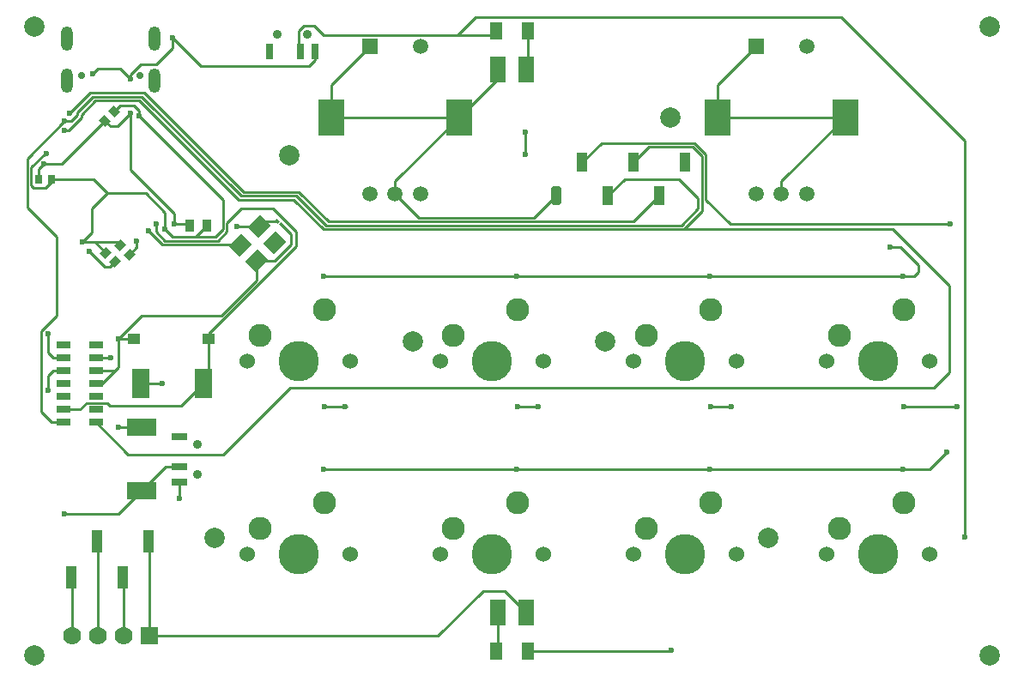
<source format=gbl>
G04*
G04 #@! TF.GenerationSoftware,Altium Limited,CircuitMaker,2.2.1 (2.2.1.6)*
G04*
G04 Layer_Physical_Order=2*
G04 Layer_Color=11436288*
%FSLAX25Y25*%
%MOIN*%
G70*
G04*
G04 #@! TF.SameCoordinates,0C0BB1EE-0056-4C80-8B96-835DB9A5DFF7*
G04*
G04*
G04 #@! TF.FilePolarity,Positive*
G04*
G01*
G75*
%ADD10C,0.01000*%
%ADD31R,0.03543X0.05118*%
%ADD61C,0.07874*%
%ADD62C,0.15700*%
%ADD63C,0.09000*%
%ADD64C,0.06000*%
%ADD65C,0.03543*%
%ADD66C,0.07000*%
%ADD67R,0.07000X0.07000*%
%ADD68R,0.10000X0.14000*%
%ADD69R,0.05905X0.05905*%
%ADD70C,0.05905*%
%ADD71O,0.04724X0.09449*%
%ADD72C,0.02756*%
%ADD73C,0.02362*%
%ADD74R,0.07087X0.11811*%
%ADD75R,0.05787X0.02913*%
%ADD76R,0.05905X0.02756*%
%ADD77R,0.03150X0.03543*%
G04:AMPARAMS|DCode=78|XSize=35.43mil|YSize=31.5mil|CornerRadius=0mil|HoleSize=0mil|Usage=FLASHONLY|Rotation=45.000|XOffset=0mil|YOffset=0mil|HoleType=Round|Shape=Rectangle|*
%AMROTATEDRECTD78*
4,1,4,-0.00139,-0.02366,-0.02366,-0.00139,0.00139,0.02366,0.02366,0.00139,-0.00139,-0.02366,0.0*
%
%ADD78ROTATEDRECTD78*%

G04:AMPARAMS|DCode=79|XSize=66.93mil|YSize=59.05mil|CornerRadius=0mil|HoleSize=0mil|Usage=FLASHONLY|Rotation=225.000|XOffset=0mil|YOffset=0mil|HoleType=Round|Shape=Rectangle|*
%AMROTATEDRECTD79*
4,1,4,0.00278,0.04454,0.04454,0.00278,-0.00278,-0.04454,-0.04454,-0.00278,0.00278,0.04454,0.0*
%
%ADD79ROTATEDRECTD79*%

%ADD80R,0.06299X0.10236*%
%ADD81R,0.05118X0.07087*%
%ADD82R,0.04213X0.07480*%
G04:AMPARAMS|DCode=83|XSize=74.8mil|YSize=42.13mil|CornerRadius=0mil|HoleSize=0mil|Usage=FLASHONLY|Rotation=270.000|XOffset=0mil|YOffset=0mil|HoleType=Round|Shape=Octagon|*
%AMOCTAGOND83*
4,1,8,-0.01053,-0.03740,0.01053,-0.03740,0.02106,-0.02687,0.02106,0.02687,0.01053,0.03740,-0.01053,0.03740,-0.02106,0.02687,-0.02106,-0.02687,-0.01053,-0.03740,0.0*
%
%ADD83OCTAGOND83*%

%ADD84R,0.02756X0.05905*%
%ADD85R,0.04331X0.08661*%
%ADD86R,0.04724X0.03937*%
%ADD87R,0.11811X0.06693*%
G04:AMPARAMS|DCode=88|XSize=12.6mil|YSize=14.17mil|CornerRadius=0mil|HoleSize=0mil|Usage=FLASHONLY|Rotation=225.000|XOffset=0mil|YOffset=0mil|HoleType=Round|Shape=Rectangle|*
%AMROTATEDRECTD88*
4,1,4,-0.00056,0.00946,0.00946,-0.00056,0.00056,-0.00946,-0.00946,0.00056,-0.00056,0.00946,0.0*
%
%ADD88ROTATEDRECTD88*%

G04:AMPARAMS|DCode=89|XSize=35.43mil|YSize=31.5mil|CornerRadius=0mil|HoleSize=0mil|Usage=FLASHONLY|Rotation=315.000|XOffset=0mil|YOffset=0mil|HoleType=Round|Shape=Rectangle|*
%AMROTATEDRECTD89*
4,1,4,-0.02366,0.00139,-0.00139,0.02366,0.02366,-0.00139,0.00139,-0.02366,-0.02366,0.00139,0.0*
%
%ADD89ROTATEDRECTD89*%

D10*
X297441Y107677D02*
X353000D01*
X467000Y152000D02*
Y306000D01*
Y151854D02*
Y152000D01*
X296654Y300787D02*
Y309252D01*
X270000Y347000D02*
X283614D01*
X218000D02*
X270000D01*
X419000Y354000D02*
X467000Y306000D01*
X277000Y354000D02*
X419000D01*
X270000Y347000D02*
X277000Y354000D01*
X318500Y297496D02*
X326004Y305000D01*
X362121D01*
X366500Y300621D01*
Y283000D02*
Y300621D01*
Y283000D02*
X376000Y273500D01*
X461500D01*
X443500Y202500D02*
X464000D01*
X368500D02*
X376500D01*
X293500D02*
X301500D01*
X226500D02*
X227000D01*
X218500D02*
X226500D01*
X162000Y173142D02*
X162201Y173343D01*
X162000Y167000D02*
Y173142D01*
X129701Y221500D02*
X135500D01*
X147000Y211500D02*
X155500D01*
X184500Y272500D02*
X193000D01*
X180500Y274000D02*
X186000Y279500D01*
X180500Y270500D02*
Y274000D01*
X177000Y267000D02*
X180500Y270500D01*
X156500Y267000D02*
X177000D01*
X138500Y229000D02*
X147561Y238061D01*
X178439D01*
X192053Y251675D01*
Y259304D01*
X160000Y273500D02*
Y277500D01*
X143000Y294500D02*
X160000Y277500D01*
X143000Y294500D02*
Y316500D01*
X128750Y291000D02*
X134250Y285500D01*
X112500Y291000D02*
X128750D01*
X159500Y268500D02*
X168440D01*
X176000D01*
X179000Y271500D01*
Y283000D01*
X146500Y315500D02*
X179000Y283000D01*
X110000Y287500D02*
X112500Y290000D01*
X105500Y287500D02*
X110000D01*
X107579Y291000D02*
Y295079D01*
X109500Y297000D01*
X112500Y290000D02*
Y291000D01*
X104500Y288500D02*
X105500Y287500D01*
X104500Y288500D02*
Y295500D01*
X285827Y330118D02*
Y333661D01*
X270669Y314961D02*
X285827Y330118D01*
X299996Y276000D02*
X308500Y284504D01*
X255299Y276000D02*
X299996D01*
X245866Y285433D02*
X255299Y276000D01*
X288488Y131000D02*
X296850Y122638D01*
X280000Y131000D02*
X288488D01*
X262583Y113583D02*
X280000Y131000D01*
X150394Y113583D02*
X262583D01*
X138500Y194500D02*
X146933D01*
X147433Y195000D01*
X147634Y194799D01*
X129701Y211500D02*
X132000D01*
X137000Y216500D01*
X129701D02*
X137000D01*
X138500Y218000D01*
Y229000D01*
X144433D01*
X109500Y297000D02*
X116500D01*
X133260Y313760D01*
X128250Y279500D02*
X134250Y285500D01*
X128250Y270250D02*
Y279500D01*
X134250Y285500D02*
X149000D01*
X156500Y278000D01*
Y271500D02*
Y278000D01*
X124500Y266500D02*
X128250Y270250D01*
X283614Y347000D02*
X285236Y348622D01*
X296850Y333661D02*
X297441Y334252D01*
Y348622D01*
X214500Y350500D02*
X218000Y347000D01*
X210500Y350500D02*
X214500D01*
X208500Y348500D02*
X210500Y350500D01*
X208500Y341000D02*
Y348500D01*
Y341000D02*
X209000Y340500D01*
X214906Y337405D02*
Y340500D01*
X212500Y335000D02*
X214906Y337405D01*
X170500Y335000D02*
X212500D01*
X159500Y346000D02*
X170500Y335000D01*
X285236Y348622D02*
X285827Y348031D01*
X285236Y107677D02*
X285827Y108268D01*
Y122638D01*
X117000Y201500D02*
X123500D01*
X126000Y204000D01*
X134000D01*
X135000Y203000D01*
X162909D01*
X171409Y211500D01*
X129701Y196500D02*
X142201Y184000D01*
X179000D01*
X112500Y196500D02*
X117000D01*
X108500Y200500D02*
X112500Y196500D01*
X108500Y200500D02*
Y232000D01*
X114500Y238000D01*
Y268500D01*
X103000Y280000D02*
X114500Y268500D01*
X103000Y280000D02*
Y299000D01*
X117500Y313500D01*
X179000Y184000D02*
X205000Y210000D01*
X455000D01*
X461000Y216000D01*
Y249500D01*
X439000Y271500D02*
X461000Y249500D01*
X358000Y271500D02*
X439000D01*
X160000Y273500D02*
X165560D01*
X111000Y209000D02*
Y214500D01*
X113000Y216500D01*
X117000D01*
X111000Y223500D02*
Y231000D01*
Y223500D02*
X113000Y221500D01*
X117000D01*
X138638Y161000D02*
X147634Y169996D01*
X117500Y161000D02*
X138638D01*
X338496Y274500D02*
X348500Y284504D01*
X220000Y274500D02*
X338496D01*
X208500Y286000D02*
X220000Y274500D01*
X187000Y286000D02*
X208500D01*
X328500Y284504D02*
X328504D01*
X335000Y291000D01*
X356000D01*
X363500Y283500D01*
Y279500D02*
Y283500D01*
X357000Y273000D02*
X363500Y279500D01*
X219000Y273000D02*
X357000D01*
X207500Y284500D02*
X219000Y273000D01*
X186000Y284500D02*
X207500D01*
X147500Y323000D02*
X186000Y284500D01*
X338500Y297496D02*
X344504Y303500D01*
X361500D01*
X365000Y300000D01*
Y278500D02*
Y300000D01*
X358000Y271500D02*
X365000Y278500D01*
X218000Y271500D02*
X358000D01*
X206500Y283000D02*
X218000Y271500D01*
X185000Y283000D02*
X206500D01*
X146500Y321500D02*
X185000Y283000D01*
X136740Y317240D02*
X139000Y319500D01*
X144500D01*
X146500Y317500D01*
Y315500D02*
Y317500D01*
X133260Y313740D02*
Y313760D01*
Y313740D02*
X135500Y311500D01*
X138000D01*
X143000Y316500D01*
X129500Y321500D02*
X146500D01*
X124000Y316000D02*
X129500Y321500D01*
X124000Y315000D02*
Y316000D01*
X119000Y310000D02*
X124000Y315000D01*
X117500Y310000D02*
X119000D01*
X128500Y323000D02*
X147500D01*
X122500Y317000D02*
X128500Y323000D01*
X122500Y316000D02*
Y317000D01*
X120000Y313500D02*
X122500Y316000D01*
X117500Y313500D02*
X120000D01*
X148500Y324500D02*
X187000Y286000D01*
X127500Y324500D02*
X148500D01*
X119500Y316500D02*
X127500Y324500D01*
X130315Y150394D02*
X130394Y150315D01*
Y113583D02*
Y150315D01*
X120315Y136221D02*
X120394Y136142D01*
Y113583D02*
Y136142D01*
X156886Y179248D02*
X162201D01*
X147634Y169996D02*
X156886Y179248D01*
X171409Y211500D02*
X173567Y213657D01*
Y229000D01*
Y231067D01*
X150315Y150394D02*
X150394Y150315D01*
Y113583D02*
Y150315D01*
X140315Y136221D02*
X140394Y136142D01*
Y113583D02*
Y136142D01*
X173567Y231067D02*
X207500Y265000D01*
Y270500D01*
X198500Y279500D02*
X207500Y270500D01*
X186000Y279500D02*
X198500D01*
X153000Y270500D02*
X156500Y267000D01*
X153000Y270500D02*
Y273500D01*
X453346Y178347D02*
X460000Y185000D01*
X443307Y178347D02*
X453346D01*
X438000Y264500D02*
X442000D01*
X449000Y257500D01*
Y255000D02*
Y257500D01*
X447346Y253346D02*
X449000Y255000D01*
X443110Y253346D02*
X447346D01*
X221063Y327559D02*
X236024Y342520D01*
X221063Y314961D02*
Y327559D01*
Y314961D02*
X270669D01*
X371063Y327559D02*
X386024Y342520D01*
X371063Y314961D02*
Y327559D01*
Y314961D02*
X420669D01*
X395866Y290158D02*
X420669Y314961D01*
X395866Y285433D02*
Y290158D01*
X245866D02*
X270669Y314961D01*
X245866Y285433D02*
Y290158D01*
X218307Y253346D02*
X293307D01*
X368307D01*
X443110D01*
X368307Y178347D02*
X443307D01*
X293307D02*
X368307D01*
X218307D02*
X293307D01*
X159500Y342000D02*
Y346000D01*
X153000Y335500D02*
X159500Y342000D01*
X147000Y335500D02*
X153000D01*
X143000Y331500D02*
X147000Y335500D01*
X143000Y330000D02*
Y331500D01*
X195280Y274780D02*
X200220D01*
X193000Y272500D02*
X195280Y274780D01*
X192053Y259304D02*
X199304D01*
X205500Y265500D01*
Y269500D01*
X201780Y273220D02*
X205500Y269500D01*
X185858Y265500D02*
X185929Y265429D01*
X155500Y265500D02*
X185858D01*
X150000Y271000D02*
X155500Y265500D01*
X165560Y273500D02*
X166060Y273000D01*
X168440Y268500D02*
X172940Y273000D01*
X156500Y271500D02*
X159500Y268500D01*
X104500Y295500D02*
X110000Y301000D01*
X110500D01*
X129500Y266500D02*
X138000D01*
X139260Y265240D01*
X142740Y261760D02*
X145500Y264520D01*
Y267000D01*
X135000Y257000D02*
X137000Y259000D01*
X133000Y257000D02*
X135000D01*
X127000Y263000D02*
X133000Y257000D01*
X129500Y266500D02*
X133520Y262480D01*
X124500Y266500D02*
X129500D01*
X139000Y334000D02*
X143000Y330000D01*
X130500Y334000D02*
X139000D01*
X128500Y332000D02*
X130500Y334000D01*
D31*
X172940Y273000D02*
D03*
X166060D02*
D03*
D61*
X175984Y151575D02*
D03*
X352756Y314961D02*
D03*
X204724Y300394D02*
D03*
X252756Y228150D02*
D03*
X327559D02*
D03*
X390945Y151575D02*
D03*
X105905Y105905D02*
D03*
X476772Y350394D02*
D03*
X105905D02*
D03*
X476772Y105905D02*
D03*
D62*
X433366Y220374D02*
D03*
X358366D02*
D03*
X283366D02*
D03*
X433366Y145374D02*
D03*
X358366D02*
D03*
X283366D02*
D03*
X208366D02*
D03*
Y220374D02*
D03*
D63*
X418366Y230374D02*
D03*
X443366Y240374D02*
D03*
X368366D02*
D03*
X343366Y230374D02*
D03*
X293366Y240374D02*
D03*
X268366Y230374D02*
D03*
X443366Y165374D02*
D03*
X418366Y155374D02*
D03*
X368366Y165374D02*
D03*
X343366Y155374D02*
D03*
X293366Y165374D02*
D03*
X268366Y155374D02*
D03*
X218366Y165374D02*
D03*
X193366Y155374D02*
D03*
Y230374D02*
D03*
X218366Y240374D02*
D03*
D64*
X453366Y220374D02*
D03*
X413366D02*
D03*
X338366D02*
D03*
X378366D02*
D03*
X263366D02*
D03*
X303366D02*
D03*
X413366Y145374D02*
D03*
X453366D02*
D03*
X338366D02*
D03*
X378366D02*
D03*
X263366D02*
D03*
X303366D02*
D03*
X188366D02*
D03*
X228366D02*
D03*
Y220374D02*
D03*
X188366D02*
D03*
D65*
X169091Y176295D02*
D03*
Y188106D02*
D03*
X211953Y347390D02*
D03*
X200142D02*
D03*
D66*
X120394Y113583D02*
D03*
X130394D02*
D03*
X140394D02*
D03*
D67*
X150394D02*
D03*
D68*
X371063Y314961D02*
D03*
X420669D02*
D03*
X221063D02*
D03*
X270669D02*
D03*
D69*
X386024Y342520D02*
D03*
X236024D02*
D03*
D70*
X405709D02*
D03*
X386024Y285433D02*
D03*
X395866D02*
D03*
X405709D02*
D03*
X255709Y342520D02*
D03*
X236024Y285433D02*
D03*
X245866D02*
D03*
X255709D02*
D03*
D71*
X152461Y345768D02*
D03*
X118405D02*
D03*
X152461Y329232D02*
D03*
X118405D02*
D03*
D72*
X146850Y331201D02*
D03*
X124016D02*
D03*
D73*
X353000Y108000D02*
D03*
X467000Y152000D02*
D03*
X296654Y309252D02*
D03*
Y300787D02*
D03*
X461500Y273500D02*
D03*
X464000Y202500D02*
D03*
X443500D02*
D03*
X376500D02*
D03*
X368500D02*
D03*
X301500D02*
D03*
X293500D02*
D03*
X226500D02*
D03*
X218500D02*
D03*
X162000Y167000D02*
D03*
X135500Y221500D02*
D03*
X155500Y211500D02*
D03*
X184500Y272500D02*
D03*
X138500Y194500D02*
D03*
Y229000D02*
D03*
X160000Y273500D02*
D03*
X111000Y209000D02*
D03*
Y231000D02*
D03*
X119500Y316500D02*
D03*
X117500Y313500D02*
D03*
Y310000D02*
D03*
Y161000D02*
D03*
X460000Y185000D02*
D03*
X438000Y264500D02*
D03*
X159500Y346000D02*
D03*
X146500Y315500D02*
D03*
X143000Y316500D02*
D03*
X156500Y271500D02*
D03*
X145500Y267000D02*
D03*
X109500Y297000D02*
D03*
X110500Y301000D02*
D03*
X128500Y332000D02*
D03*
X143000Y330000D02*
D03*
X127000Y263000D02*
D03*
X124500Y266500D02*
D03*
X150000Y271000D02*
D03*
X153000Y273500D02*
D03*
X443110Y253346D02*
D03*
X368307D02*
D03*
X293307D02*
D03*
X218307D02*
D03*
Y178347D02*
D03*
X293307D02*
D03*
X368307D02*
D03*
X443307D02*
D03*
D74*
X171409Y211500D02*
D03*
X147000D02*
D03*
D75*
X117000Y196500D02*
D03*
X129701D02*
D03*
X117000Y211500D02*
D03*
Y201500D02*
D03*
X129701Y211500D02*
D03*
Y201500D02*
D03*
X117000Y206500D02*
D03*
X129701D02*
D03*
X117000Y226500D02*
D03*
Y216500D02*
D03*
X129701Y226500D02*
D03*
Y216500D02*
D03*
X117000Y221500D02*
D03*
X129701D02*
D03*
D76*
X162201Y173343D02*
D03*
Y179248D02*
D03*
Y191059D02*
D03*
D77*
X107579Y291000D02*
D03*
X112500D02*
D03*
D78*
X137000Y259000D02*
D03*
X133520Y262480D02*
D03*
X142740Y261760D02*
D03*
X139260Y265240D02*
D03*
D79*
X193000Y272500D02*
D03*
X185929Y265429D02*
D03*
X192053Y259304D02*
D03*
X199125Y266375D02*
D03*
D80*
X285827Y122638D02*
D03*
X296850D02*
D03*
Y333661D02*
D03*
X285827D02*
D03*
D81*
X297441Y348622D02*
D03*
X285236D02*
D03*
X297441Y107677D02*
D03*
X285236D02*
D03*
D82*
X358500Y297496D02*
D03*
X348500Y284504D02*
D03*
X338500Y297496D02*
D03*
X328500Y284504D02*
D03*
X318500Y297496D02*
D03*
D83*
X308500Y284504D02*
D03*
D84*
X214906Y340500D02*
D03*
X209000D02*
D03*
X197189D02*
D03*
D85*
X120315Y136221D02*
D03*
X130315Y150394D02*
D03*
X140315Y136221D02*
D03*
X150315Y150394D02*
D03*
D86*
X173567Y229000D02*
D03*
X144433D02*
D03*
D87*
X147634Y169996D02*
D03*
Y194799D02*
D03*
D88*
X201780Y273220D02*
D03*
X200220Y274780D02*
D03*
D89*
X136740Y317240D02*
D03*
X133260Y313760D02*
D03*
M02*

</source>
